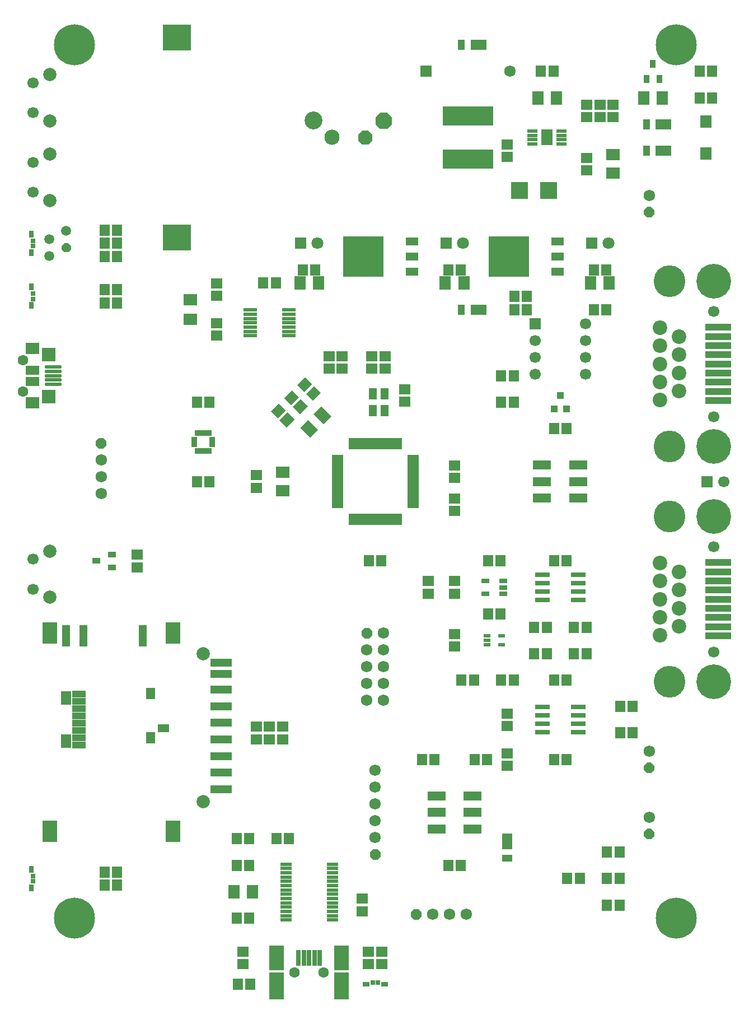
<source format=gbr>
G04 DipTrace 2.2.0.9*
%INTopMask.gbr*%
%MOIN*%
%ADD49R,0.0551X0.0709*%
%ADD56C,0.0591*%
%ADD78R,0.0787X0.0236*%
%ADD83R,0.0433X0.0236*%
%ADD92R,0.0433X0.063*%
%ADD104C,0.0866*%
%ADD105C,0.0709*%
%ADD106R,0.0827X0.0669*%
%ADD108R,0.0512X0.0709*%
%ADD109R,0.065X0.0217*%
%ADD111R,0.0768X0.0512*%
%ADD113R,0.2441X0.2441*%
%ADD115R,0.0677X0.0748*%
%ADD117R,0.0669X0.0945*%
%ADD119R,0.063X0.0236*%
%ADD121R,0.0394X0.0433*%
%ADD123R,0.0669X0.0669*%
%ADD125R,0.0512X0.0315*%
%ADD127R,0.0374X0.0213*%
%ADD129R,0.0213X0.0374*%
%ADD131R,0.0866X0.0315*%
%ADD132R,0.1677X0.1571*%
%ADD135R,0.0669X0.0197*%
%ADD137R,0.0197X0.0669*%
%ADD139C,0.0669*%
%ADD141R,0.1063X0.0551*%
%ADD143R,0.0679X0.0679*%
%ADD145R,0.0492X0.0335*%
%ADD147R,0.0335X0.0492*%
%ADD149R,0.3031X0.1181*%
%ADD151C,0.2441*%
%ADD153R,0.0886X0.1614*%
%ADD155R,0.0886X0.1457*%
%ADD157R,0.0276X0.0965*%
%ADD159C,0.063*%
%ADD161R,0.0827X0.0551*%
%ADD163R,0.0827X0.0709*%
%ADD165R,0.0787X0.0827*%
%ADD167O,0.1024X0.0207*%
%ADD169C,0.2067*%
%ADD171C,0.0669*%
%ADD172R,0.1535X0.0394*%
%ADD174C,0.189*%
%ADD176C,0.0679*%
%ADD178R,0.0669X0.0472*%
%ADD180R,0.063X0.0787*%
%ADD181R,0.0787X0.0394*%
%ADD182C,0.0787*%
%ADD183R,0.0472X0.126*%
%ADD185R,0.0866X0.126*%
%ADD187R,0.126X0.0512*%
%ADD189C,0.0679*%
%ADD191R,0.0394X0.0276*%
%ADD193R,0.063X0.0433*%
%ADD195R,0.063X0.0945*%
%ADD197R,0.0276X0.0394*%
%ADD199R,0.0276X0.0276*%
%ADD201R,0.1024X0.1024*%
%ADD204R,0.0945X0.063*%
%ADD206C,0.0906*%
%ADD208C,0.1063*%
%ADD211R,0.0709X0.0709*%
%ADD213R,0.0709X0.0787*%
%ADD215R,0.0591X0.0669*%
%ADD217R,0.0669X0.0591*%
%ADD219R,0.0787X0.0709*%
%FSLAX44Y44*%
%SFA1B1*%
%OFA0B0*%
G04*
G70*
G90*
G75*
G01*
%LNTopMask*%
%LPD*%
D219*
X19685Y34094D3*
Y35197D3*
D217*
X18110Y34272D3*
Y35020D3*
D215*
X29547Y11811D3*
X30295D3*
X14587Y39370D3*
X15335D3*
D217*
X29921Y35610D3*
Y34862D3*
D215*
X25571Y29921D3*
X24823D3*
D217*
X29921Y32894D3*
Y33642D3*
D215*
X19272Y46457D3*
X18524D3*
D217*
X26969Y39390D3*
Y40138D3*
G36*
X20550Y40394D2*
X21023Y40867D1*
X21441Y40450D1*
X20968Y39977D1*
X20550Y40394D1*
G37*
G36*
X21079Y39865D2*
X21552Y40338D1*
X21970Y39921D1*
X21496Y39448D1*
X21079Y39865D1*
G37*
G36*
X19866Y38875D2*
X19393Y38402D1*
X18975Y38819D1*
X19448Y39293D1*
X19866Y38875D1*
G37*
G36*
X20395Y38346D2*
X19922Y37873D1*
X19504Y38290D1*
X19977Y38764D1*
X20395Y38346D1*
G37*
D217*
X25787Y42106D3*
Y41358D3*
X25000Y42106D3*
Y41358D3*
X15748Y46437D3*
Y45689D3*
Y43327D3*
Y44075D3*
X18110Y20059D3*
Y19311D3*
X18898Y20059D3*
Y19311D3*
X19685Y20059D3*
Y19311D3*
D215*
X15335Y34646D3*
X14587D3*
X36594Y29921D3*
X35846D3*
D217*
X29921Y24823D3*
Y25571D3*
D215*
X39744Y11024D3*
X38996D3*
X31083Y22835D3*
X30335D3*
D217*
X28346Y27972D3*
Y28721D3*
X33071Y54705D3*
Y53957D3*
D219*
X39370Y54094D3*
Y52992D3*
D217*
X37795Y53917D3*
Y53169D3*
D213*
X34882Y57480D3*
X35984D3*
D215*
X35059Y59055D3*
X35807D3*
D211*
X38083Y48819D3*
D105*
X39083D3*
D211*
X29421D3*
D105*
X30421D3*
D211*
X20760D3*
D105*
X21760D3*
D213*
X38031Y46457D3*
X39134D3*
D215*
X38209Y47244D3*
X38957D3*
D213*
X29370Y46457D3*
X30472D3*
D215*
X29547Y47244D3*
X30295D3*
D213*
X20709Y46457D3*
X21811D3*
D215*
X20886Y47244D3*
X21634D3*
G36*
X25504Y56612D2*
X25913D1*
X26203Y56323D1*
Y55913D1*
X25913Y55624D1*
X25504D1*
X25215Y55913D1*
Y56323D1*
X25504Y56612D1*
G37*
D208*
X21535Y56118D3*
G36*
X24432Y55539D2*
X24781D1*
X25028Y55293D1*
Y54944D1*
X24781Y54697D1*
X24432D1*
X24185Y54944D1*
Y55293D1*
X24432Y55539D1*
G37*
D206*
X22638Y55118D3*
D213*
X17874Y10236D3*
X16772D3*
D215*
X17697Y8661D3*
X16949D3*
D217*
X24409Y9075D3*
Y9823D3*
D204*
X42362Y54331D3*
D92*
X41358D3*
D201*
X33780Y51969D3*
X35512D3*
D204*
X42362Y55906D3*
D92*
X41358D3*
D215*
X45256Y59055D3*
X44508D3*
D204*
X31339Y60630D3*
D92*
X30335D3*
D56*
X5799Y48069D3*
G36*
X7075Y48683D2*
Y48455D1*
X6913Y48293D1*
X6685D1*
X6523Y48455D1*
Y48683D1*
X6685Y48845D1*
X6913D1*
X7075Y48683D1*
G37*
D56*
X5799Y49069D3*
X6799Y49569D3*
D199*
X4823Y45827D3*
Y45512D3*
D197*
X4724Y46220D3*
Y45118D3*
D199*
X4823Y11181D3*
Y10866D3*
D197*
X4724Y11575D3*
Y10472D3*
D199*
X4823Y48976D3*
Y48661D3*
D197*
X4724Y49370D3*
Y48268D3*
D204*
X31339Y44882D3*
D92*
X30335D3*
D195*
X33071Y13228D3*
D193*
Y12224D3*
D199*
X25039Y4823D3*
X25354D3*
D191*
X24646Y4724D3*
X25748D3*
D215*
X17756D3*
X17007D3*
D213*
X42283Y57480D3*
X41181D3*
G36*
X25513Y12592D2*
Y12330D1*
X25328Y12144D1*
X25066D1*
X24880Y12330D1*
Y12592D1*
X25066Y12777D1*
X25328D1*
X25513Y12592D1*
G37*
D189*
X25197Y13461D3*
Y14461D3*
Y15461D3*
Y16461D3*
Y17461D3*
G36*
X24828Y25306D2*
X24566D1*
X24380Y25491D1*
Y25753D1*
X24566Y25939D1*
X24828D1*
X25013Y25753D1*
Y25491D1*
X24828Y25306D1*
G37*
D189*
X25697Y25622D3*
X24697Y24622D3*
X25697D3*
X24697Y23622D3*
X25697D3*
X24697Y22622D3*
X25697D3*
X24697Y21622D3*
X25697D3*
D187*
X16024Y23878D3*
Y23209D3*
Y22254D3*
Y21270D3*
Y20285D3*
Y19301D3*
Y18317D3*
Y17333D3*
Y16348D3*
D185*
X13169Y25630D3*
Y13819D3*
D183*
X11339Y25472D3*
X7815D3*
X6791D3*
D185*
X5827Y25630D3*
Y13819D3*
D182*
X14961Y24409D3*
Y15591D3*
D181*
X7559Y18957D3*
Y19390D3*
Y19823D3*
Y20256D3*
Y20689D3*
Y21122D3*
Y21555D3*
Y21988D3*
D180*
X6772Y19193D3*
Y21752D3*
D49*
X11811Y19409D3*
Y22047D3*
D178*
X12579Y19961D3*
G36*
X41190Y13542D2*
Y13804D1*
X41376Y13990D1*
X41638D1*
X41823Y13804D1*
Y13542D1*
X41638Y13357D1*
X41376D1*
X41190Y13542D1*
G37*
D176*
X41507Y14673D3*
G36*
X41190Y17479D2*
Y17741D1*
X41376Y17927D1*
X41638D1*
X41823Y17741D1*
Y17479D1*
X41638Y17294D1*
X41376D1*
X41190Y17479D1*
G37*
D176*
X41507Y18610D3*
D104*
X42157Y39488D3*
X43276Y40028D3*
X42157Y40567D3*
X43276Y41106D3*
X42157Y41646D3*
X43276Y42185D3*
X42157Y42724D3*
X43276Y43264D3*
X42157Y43803D3*
D174*
X42717Y46567D3*
Y36724D3*
D172*
X45610Y43827D3*
Y43281D3*
Y42736D3*
Y42191D3*
Y41646D3*
Y41100D3*
Y40555D3*
Y40010D3*
Y39465D3*
D171*
X45354Y44776D3*
D169*
Y46567D3*
D171*
Y38516D3*
D169*
Y36724D3*
D104*
X42157Y25488D3*
X43276Y26028D3*
X42157Y26567D3*
X43276Y27106D3*
X42157Y27646D3*
X43276Y28185D3*
X42157Y28724D3*
X43276Y29264D3*
X42157Y29803D3*
D174*
X42717Y32567D3*
Y22724D3*
D172*
X45610Y29827D3*
Y29281D3*
Y28736D3*
Y28191D3*
Y27646D3*
Y27100D3*
Y26555D3*
Y26010D3*
Y25465D3*
D171*
X45354Y30776D3*
D169*
Y32567D3*
D171*
Y24516D3*
D169*
Y22724D3*
G36*
X41190Y50550D2*
Y50812D1*
X41376Y50998D1*
X41638D1*
X41823Y50812D1*
Y50550D1*
X41638Y50365D1*
X41376D1*
X41190Y50550D1*
G37*
D176*
X41507Y51681D3*
G36*
X9204Y37064D2*
Y36802D1*
X9018Y36617D1*
X8756D1*
X8570Y36802D1*
Y37064D1*
X8756Y37250D1*
X9018D1*
X9204Y37064D1*
G37*
D176*
X8887Y35933D3*
Y34933D3*
Y33933D3*
D167*
X6024Y41457D3*
Y41201D3*
Y40945D3*
Y40689D3*
Y40433D3*
D165*
X5748Y42205D3*
Y39685D3*
D163*
X4783Y42559D3*
D161*
Y41280D3*
Y40610D3*
D163*
Y39331D3*
D159*
X4232Y41880D3*
Y40010D3*
G36*
X27503Y9204D2*
X27765D1*
X27950Y9018D1*
Y8756D1*
X27765Y8570D1*
X27503D1*
X27317Y8756D1*
Y9018D1*
X27503Y9204D1*
G37*
D176*
X28634Y8887D3*
X29634D3*
X30634D3*
D157*
X20630Y6299D3*
X21260D3*
X20945D3*
X21575D3*
D155*
X23199D3*
X19321D3*
D153*
Y4626D3*
X23199D3*
D157*
X21890Y6299D3*
D159*
X20394Y5424D3*
X22126D3*
D151*
X43110Y8661D3*
X7283Y60630D3*
X43110D3*
X7283Y8661D3*
D149*
X30709Y56417D3*
Y53819D3*
D147*
X41358Y58602D3*
X42106D3*
X41732Y59508D3*
D145*
X9508Y29547D3*
Y30295D3*
X8602Y29921D3*
D215*
X28720Y18110D3*
X27972D3*
X31870D3*
X31122D3*
G36*
X22106Y41654D2*
X22776D1*
Y41063D1*
X22106D1*
Y41654D1*
G37*
G36*
Y42402D2*
X22776D1*
Y41811D1*
X22106D1*
Y42402D1*
G37*
G36*
X23563Y41063D2*
X22894D1*
Y41654D1*
X23563D1*
Y41063D1*
G37*
G36*
Y41811D2*
X22894D1*
Y42402D1*
X23563D1*
Y41811D1*
G37*
G36*
X20653Y39662D2*
X20180Y39189D1*
X19763Y39607D1*
X20236Y40080D1*
X20653Y39662D1*
G37*
G36*
X21182Y39133D2*
X20709Y38660D1*
X20291Y39078D1*
X20765Y39551D1*
X21182Y39133D1*
G37*
D215*
X37776Y24409D3*
X37028D3*
X34665D3*
X35413D3*
X37028Y25984D3*
X37776D3*
X35413D3*
X34665D3*
X35846Y22835D3*
X36594D3*
D217*
X33071Y20098D3*
Y20846D3*
D215*
X38996Y9449D3*
X39744D3*
X38996Y12598D3*
X39744D3*
X32697Y22835D3*
X33445D3*
X36634Y11024D3*
X37382D3*
D217*
X33071Y17736D3*
Y18484D3*
D215*
X32657Y26772D3*
X31909D3*
X35846Y18110D3*
X36594D3*
D217*
X29921Y27972D3*
Y28720D3*
D215*
X31909Y29921D3*
X32657D3*
X39783Y21260D3*
X40531D3*
Y19685D3*
X39783D3*
X34232Y45669D3*
X33484D3*
X38957Y44882D3*
X38209D3*
X34232D3*
X33484D3*
X33445Y40945D3*
X32697D3*
Y39370D3*
X33445D3*
X35846Y37795D3*
X36594D3*
D217*
X39370Y57067D3*
Y56319D3*
X37795D3*
Y57067D3*
D215*
X45256Y57480D3*
X44508D3*
D217*
X38583Y56319D3*
Y57067D3*
D189*
X33209Y59055D3*
D143*
X28209D3*
D215*
X9075Y48031D3*
X9823D3*
X9075Y45276D3*
X9823D3*
D217*
X11024Y30295D3*
Y29547D3*
D215*
X9075Y48819D3*
X9823D3*
X9075Y46063D3*
X9823D3*
X9075Y49606D3*
X9823D3*
X9075Y10630D3*
X9823D3*
X9075Y11417D3*
X9823D3*
X16949Y13386D3*
X17697D3*
X16949Y11811D3*
X17697D3*
X19311Y13386D3*
X20059D3*
D217*
X25591Y5925D3*
Y6673D3*
X24803Y5925D3*
Y6673D3*
X17323Y5925D3*
Y6673D3*
D141*
X31004Y13976D3*
Y14961D3*
Y15945D3*
X28839D3*
Y14961D3*
Y13976D3*
X35138Y35630D3*
Y34646D3*
Y33661D3*
X37303D3*
Y34646D3*
Y35630D3*
D182*
X5807Y56102D3*
Y58858D3*
D139*
X4823Y56594D3*
Y58366D3*
D182*
X5807Y51378D3*
Y54134D3*
D139*
X4823Y51870D3*
Y53642D3*
D182*
X5807Y27756D3*
Y30512D3*
D139*
X4823Y28248D3*
Y30020D3*
D137*
X23720Y32402D3*
X23917D3*
X24114D3*
X24311D3*
X24508D3*
X24705D3*
X24902D3*
X25098D3*
X25295D3*
X25492D3*
X25689D3*
X25886D3*
X26083D3*
X26280D3*
X26476D3*
X26673D3*
D135*
X27441Y33169D3*
Y33366D3*
Y33563D3*
Y33760D3*
Y33957D3*
Y34154D3*
Y34350D3*
Y34547D3*
Y34744D3*
Y34941D3*
Y35138D3*
Y35335D3*
Y35531D3*
Y35728D3*
Y35925D3*
Y36122D3*
D137*
X26673Y36890D3*
X26476D3*
X26280D3*
X26083D3*
X25886D3*
X25689D3*
X25492D3*
X25295D3*
X25098D3*
X24902D3*
X24705D3*
X24508D3*
X24311D3*
X24114D3*
X23917D3*
X23720D3*
D135*
X22953Y36122D3*
Y35925D3*
Y35728D3*
Y35531D3*
Y35335D3*
Y35138D3*
Y34941D3*
Y34744D3*
Y34547D3*
Y34350D3*
Y34154D3*
Y33957D3*
Y33760D3*
Y33563D3*
Y33366D3*
Y33169D3*
D78*
X17756Y44862D3*
Y44606D3*
Y44350D3*
Y44094D3*
Y43839D3*
Y43583D3*
Y43327D3*
X20039D3*
Y43583D3*
Y43839D3*
Y44094D3*
Y44350D3*
Y44606D3*
Y44862D3*
D132*
X13386Y49154D3*
Y61083D3*
D131*
X35157Y29096D3*
Y28596D3*
Y28096D3*
Y27596D3*
X37283D3*
Y28096D3*
Y28596D3*
Y29096D3*
D129*
X14567Y36467D3*
X14764D3*
X14961D3*
X15157D3*
X15354D3*
D127*
X15502Y36811D3*
Y37008D3*
Y37205D3*
D129*
X15354Y37549D3*
X15157D3*
X14961D3*
X14764D3*
X14567D3*
D127*
X14419Y37205D3*
Y37008D3*
Y36811D3*
D83*
X31851Y25453D3*
Y25197D3*
Y24941D3*
X32717D3*
Y25453D3*
D131*
X35157Y21222D3*
Y20722D3*
Y20222D3*
Y19722D3*
X37283D3*
Y20222D3*
Y20722D3*
Y21222D3*
D125*
X32815Y27972D3*
Y28346D3*
Y28720D3*
X31752D3*
Y27972D3*
D123*
X34720Y44020D3*
D139*
Y43020D3*
Y42020D3*
Y41020D3*
X37720D3*
Y42020D3*
Y43020D3*
Y44020D3*
D123*
X44957Y34646D3*
D139*
X45957D3*
D121*
X36220Y39764D3*
X35846Y38976D3*
X36594D3*
D119*
X36299Y54734D3*
Y54990D3*
Y55246D3*
Y55502D3*
X34567D3*
Y55246D3*
Y54990D3*
Y54734D3*
D117*
X35433Y55118D3*
D115*
X44882Y56063D3*
Y54173D3*
D113*
X33152Y48031D3*
D111*
X36043Y47126D3*
Y48937D3*
Y48031D3*
D113*
X24491D3*
D111*
X27382Y47126D3*
Y48937D3*
Y48031D3*
D109*
X19872Y11884D3*
Y11628D3*
Y11372D3*
Y11116D3*
Y10860D3*
Y10604D3*
Y10348D3*
Y10093D3*
Y9837D3*
Y9581D3*
Y9325D3*
Y9069D3*
Y8813D3*
Y8557D3*
X22648D3*
Y8813D3*
Y9069D3*
Y9325D3*
Y9581D3*
Y9837D3*
Y10093D3*
Y10348D3*
Y10604D3*
Y10860D3*
Y11116D3*
Y11372D3*
Y11628D3*
Y11884D3*
G36*
X21528Y38648D2*
X22002Y39122D1*
X22586Y38537D1*
X22113Y38064D1*
X21528Y38648D1*
G37*
G36*
X20721Y37841D2*
X21194Y38314D1*
X21779Y37730D1*
X21306Y37256D1*
X20721Y37841D1*
G37*
D108*
X25748Y38858D3*
Y39882D3*
X25039D3*
Y38858D3*
D106*
X14173Y45453D3*
Y44311D3*
M02*

</source>
